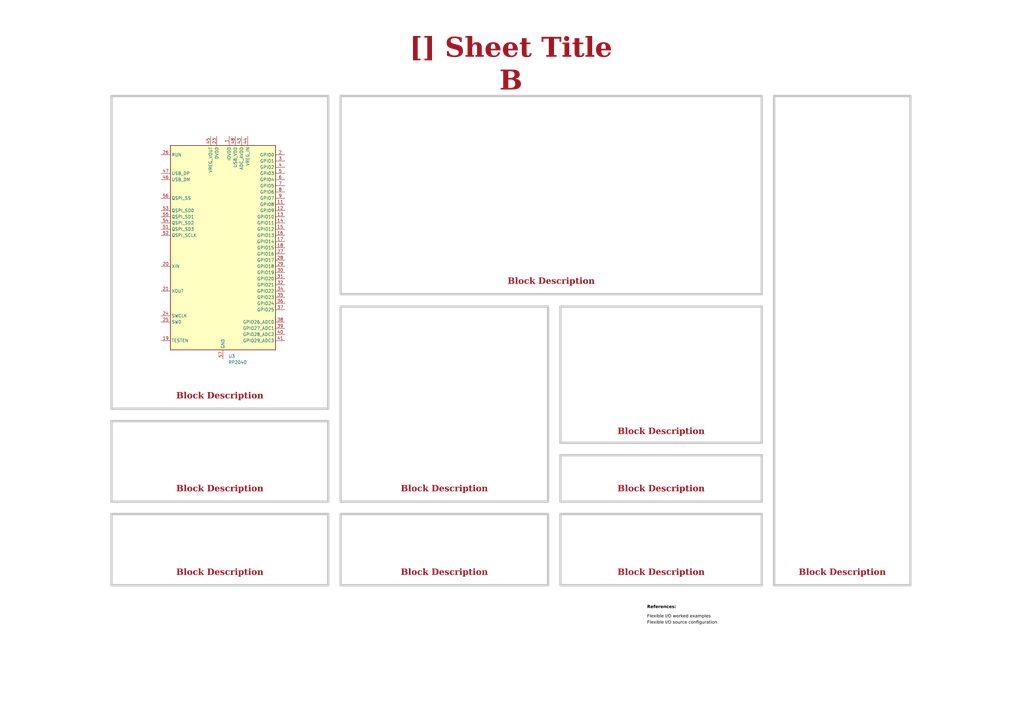
<source format=kicad_sch>
(kicad_sch (version 20231120) (generator "eeschema") (generator_version "8.0")
  (paper "A3")
  (title_block (title "Sheet Title B") (date "Last Modified Date") (rev "${REVISION}") (company "${COMPANY}"))
  (lib_symbols
    (symbol "MCU_RaspberryPi:RP2040"
      (property "Reference" "U" (at 17.78 45.72 0))
      (property "Value" "RP2040" (at 17.78 43.18 0))
      (symbol "RP2040_0_1"
        (rectangle (start -21.59 41.91) (end 21.59 -41.91) (stroke (width 0.254)) (fill (type background)))
      )
      (symbol "RP2040_1_1"
        (pin power_in line (at 2.54 45.72 270) (length 3.81) (name "IOVDD") (number "1"))
        (pin passive line (at 2.54 45.72 270) (length 3.81) hide (name "IOVDD") (number "10"))
        (pin bidirectional line (at 25.4 17.78 180) (length 3.81) (name "GPIO8") (number "11"))
        (pin bidirectional line (at 25.4 15.24 180) (length 3.81) (name "GPIO9") (number "12"))
        (pin bidirectional line (at 25.4 12.7 180) (length 3.81) (name "GPIO10") (number "13"))
        (pin bidirectional line (at 25.4 10.16 180) (length 3.81) (name "GPIO11") (number "14"))
        (pin bidirectional line (at 25.4 7.62 180) (length 3.81) (name "GPIO12") (number "15"))
        (pin bidirectional line (at 25.4 5.08 180) (length 3.81) (name "GPIO13") (number "16"))
        (pin bidirectional line (at 25.4 2.54 180) (length 3.81) (name "GPIO14") (number "17"))
        (pin bidirectional line (at 25.4 0 180) (length 3.81) (name "GPIO15") (number "18"))
        (pin input line (at -25.4 -38.1 0) (length 3.81) (name "TESTEN") (number "19"))
        (pin bidirectional line (at 25.4 38.1 180) (length 3.81) (name "GPIO0") (number "2"))
        (pin input line (at -25.4 -7.62 0) (length 3.81) (name "XIN") (number "20"))
        (pin passive line (at -25.4 -17.78 0) (length 3.81) (name "XOUT") (number "21"))
        (pin passive line (at 2.54 45.72 270) (length 3.81) hide (name "IOVDD") (number "22"))
        (pin power_in line (at -2.54 45.72 270) (length 3.81) (name "DVDD") (number "23"))
        (pin input line (at -25.4 -27.94 0) (length 3.81) (name "SWCLK") (number "24"))
        (pin bidirectional line (at -25.4 -30.48 0) (length 3.81) (name "SWD") (number "25"))
        (pin input line (at -25.4 38.1 0) (length 3.81) (name "RUN") (number "26"))
        (pin bidirectional line (at 25.4 -2.54 180) (length 3.81) (name "GPIO16") (number "27"))
        (pin bidirectional line (at 25.4 -5.08 180) (length 3.81) (name "GPIO17") (number "28"))
        (pin bidirectional line (at 25.4 -7.62 180) (length 3.81) (name "GPIO18") (number "29"))
        (pin bidirectional line (at 25.4 35.56 180) (length 3.81) (name "GPIO1") (number "3"))
        (pin bidirectional line (at 25.4 -10.16 180) (length 3.81) (name "GPIO19") (number "30"))
        (pin bidirectional line (at 25.4 -12.7 180) (length 3.81) (name "GPIO20") (number "31"))
        (pin bidirectional line (at 25.4 -15.24 180) (length 3.81) (name "GPIO21") (number "32"))
        (pin passive line (at 2.54 45.72 270) (length 3.81) hide (name "IOVDD") (number "33"))
        (pin bidirectional line (at 25.4 -17.78 180) (length 3.81) (name "GPIO22") (number "34"))
        (pin bidirectional line (at 25.4 -20.32 180) (length 3.81) (name "GPIO23") (number "35"))
        (pin bidirectional line (at 25.4 -22.86 180) (length 3.81) (name "GPIO24") (number "36"))
        (pin bidirectional line (at 25.4 -25.4 180) (length 3.81) (name "GPIO25") (number "37"))
        (pin bidirectional line (at 25.4 -30.48 180) (length 3.81) (name "GPIO26_ADC0") (number "38"))
        (pin bidirectional line (at 25.4 -33.02 180) (length 3.81) (name "GPIO27_ADC1") (number "39"))
        (pin bidirectional line (at 25.4 33.02 180) (length 3.81) (name "GPIO2") (number "4"))
        (pin bidirectional line (at 25.4 -35.56 180) (length 3.81) (name "GPIO28_ADC2") (number "40"))
        (pin bidirectional line (at 25.4 -38.1 180) (length 3.81) (name "GPIO29_ADC3") (number "41"))
        (pin passive line (at 2.54 45.72 270) (length 3.81) hide (name "IOVDD") (number "42"))
        (pin power_in line (at 7.62 45.72 270) (length 3.81) (name "ADC_AVDD") (number "43"))
        (pin power_in line (at 10.16 45.72 270) (length 3.81) (name "VREG_IN") (number "44"))
        (pin power_out line (at -5.08 45.72 270) (length 3.81) (name "VREG_VOUT") (number "45"))
        (pin bidirectional line (at -25.4 27.94 0) (length 3.81) (name "USB_DM") (number "46"))
        (pin bidirectional line (at -25.4 30.48 0) (length 3.81) (name "USB_DP") (number "47"))
        (pin power_in line (at 5.08 45.72 270) (length 3.81) (name "USB_VDD") (number "48"))
        (pin passive line (at 2.54 45.72 270) (length 3.81) hide (name "IOVDD") (number "49"))
        (pin bidirectional line (at 25.4 30.48 180) (length 3.81) (name "GPIO3") (number "5"))
        (pin passive line (at -2.54 45.72 270) (length 3.81) hide (name "DVDD") (number "50"))
        (pin bidirectional line (at -25.4 7.62 0) (length 3.81) (name "QSPI_SD3") (number "51"))
        (pin output line (at -25.4 5.08 0) (length 3.81) (name "QSPI_SCLK") (number "52"))
        (pin bidirectional line (at -25.4 15.24 0) (length 3.81) (name "QSPI_SD0") (number "53"))
        (pin bidirectional line (at -25.4 10.16 0) (length 3.81) (name "QSPI_SD2") (number "54"))
        (pin bidirectional line (at -25.4 12.7 0) (length 3.81) (name "QSPI_SD1") (number "55"))
        (pin bidirectional line (at -25.4 20.32 0) (length 3.81) (name "QSPI_SS") (number "56"))
        (pin power_in line (at 0 -45.72 90) (length 3.81) (name "GND") (number "57"))
        (pin bidirectional line (at 25.4 27.94 180) (length 3.81) (name "GPIO4") (number "6"))
        (pin bidirectional line (at 25.4 25.4 180) (length 3.81) (name "GPIO5") (number "7"))
        (pin bidirectional line (at 25.4 22.86 180) (length 3.81) (name "GPIO6") (number "8"))
        (pin bidirectional line (at 25.4 20.32 180) (length 3.81) (name "GPIO7") (number "9"))
      )
    )
  )
  (rectangle (start 139.7 125.73) (end 224.79 205.74) (stroke (width 1) (color 200 200 200 1)))
  (rectangle (start 317.5 39.37) (end 373.38 240.03) (stroke (width 1) (color 200 200 200 1)))
  (rectangle (start 45.72 172.72) (end 134.62 205.74) (stroke (width 1) (color 200 200 200 1)))
  (rectangle (start 45.72 210.82) (end 134.62 240.03) (stroke (width 1) (color 200 200 200 1)))
  (rectangle (start 229.87 186.69) (end 312.42 205.74) (stroke (width 1) (color 200 200 200 1)))
  (rectangle (start 229.87 125.73) (end 312.42 181.61) (stroke (width 1) (color 200 200 200 1)))
  (rectangle (start 139.7 210.82) (end 224.79 240.03) (stroke (width 1) (color 200 200 200 1)))
  (rectangle (start 45.72 39.37) (end 134.62 167.64) (stroke (width 1) (color 200 200 200 1)))
  (rectangle (start 139.7 39.37) (end 312.42 120.65) (stroke (width 1) (color 200 200 200 1)))
  (rectangle (start 229.87 210.82) (end 312.42 240.03) (stroke (width 1) (color 200 200 200 1)))
  (text_box "Block Description" (at 46.99 194.31 0) (size 86.36 9.525) (stroke (width -0.0001)) (effects (font (size 2.54 2.54) (thickness 0.508) (bold yes)) (justify bottom)))
  (text_box "Block Description" (at 140.97 228.6 0) (size 82.55 9.525) (stroke (width -0.0001)) (effects (font (size 2.54 2.54) (thickness 0.508) (bold yes)) (justify bottom)))
  (text_box "[${#}] ${TITLE}" (at 161.29 20.32 0) (size 96.52 12.7) (stroke (width -0.0001)) (effects (font (size 8 8) (thickness 1.2) (bold yes))))
  (text_box "Block Description" (at 46.99 228.6 0) (size 86.36 9.525) (stroke (width -0.0001)) (effects (font (size 2.54 2.54) (thickness 0.508) (bold yes)) (justify bottom)))
  (text_box "Block Description" (at 231.14 228.6 0) (size 80.01 9.525) (stroke (width -0.0001)) (effects (font (size 2.54 2.54) (thickness 0.508) (bold yes)) (justify bottom)))
  (text_box "Block Description" (at 46.99 156.21 0) (size 86.36 9.525) (stroke (width -0.0001)) (effects (font (size 2.54 2.54) (thickness 0.508) (bold yes)) (justify bottom)))
  (text_box "Block Description" (at 142.24 109.22 0) (size 167.64 9.525) (stroke (width -0.0001)) (effects (font (size 2.54 2.54) (thickness 0.508) (bold yes)) (justify bottom)))
  (text_box "Block Description" (at 231.775 170.815 0) (size 78.74 9.525) (stroke (width -0.0001)) (effects (font (size 2.54 2.54) (thickness 0.508) (bold yes)) (justify bottom)))
  (text_box "Block Description" (at 231.14 194.31 0) (size 80.01 9.525) (stroke (width -0.0001)) (effects (font (size 2.54 2.54) (thickness 0.508) (bold yes)) (justify bottom)))
  (text_box "Block Description" (at 318.77 228.6 0) (size 53.34 9.525) (stroke (width -0.0001)) (effects (font (size 2.54 2.54) (thickness 0.508) (bold yes)) (justify bottom)))
  (text_box "Block Description" (at 140.97 194.31 0) (size 82.55 9.525) (stroke (width -0.0001)) (effects (font (size 2.54 2.54) (thickness 0.508) (bold yes)) (justify bottom)))
  (text "Flexible I/O worked examples" (at 265.43 254 0) (effects (font (size 1.27 1.27)) (justify left bottom)))
  (text "References:" (at 265.43 250.19 0) (effects (font (size 1.27 1.27) (thickness 0.254) (bold yes)) (justify left bottom)))
  (text "Flexible I/O source configuration" (at 265.43 256.54 0) (effects (font (size 1.27 1.27)) (justify left bottom)))
  (symbol (lib_id "MCU_RaspberryPi:RP2040") (at 91.44 101.6 0) (unit 1)
    (property "Reference" "U3" (at 93.6341 146.05 0) (effects (justify left)))
    (property "Value" "RP2040" (at 93.6341 148.59 0) (effects (justify left)))
    (property "Footprint" "Package_DFN_QFN:QFN-56-1EP_7x7mm_P0.4mm_EP3.2x3.2mm" (effects (hide yes)))
    (property "Datasheet" "https://datasheets.raspberrypi.com/rp2040/rp2040-datasheet.pdf" (effects (hide yes)))
    (property "Description" "A microcontroller by Raspberry Pi" (effects (hide yes)))
  )
)
</source>
